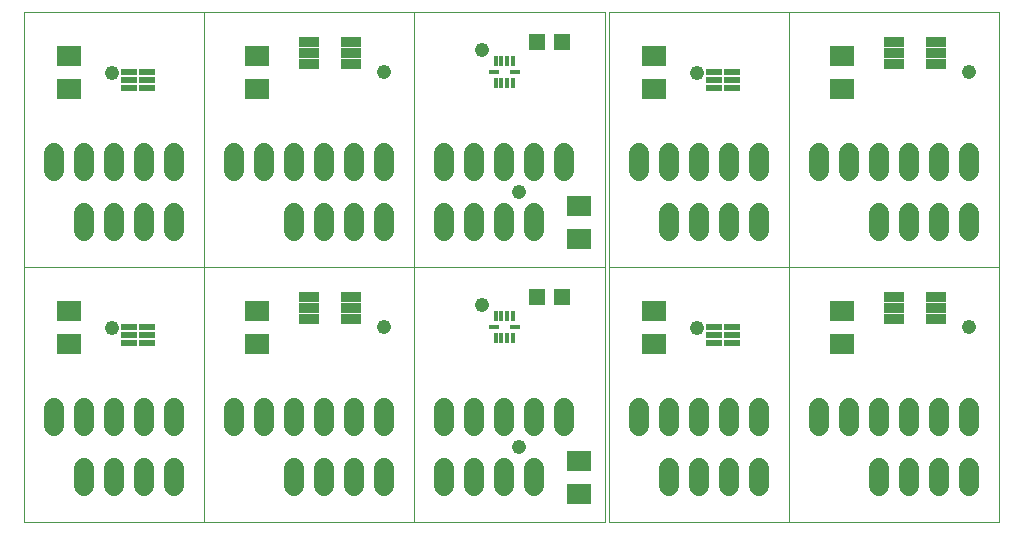
<source format=gts>
G75*
%MOIN*%
%OFA0B0*%
%FSLAX24Y24*%
%IPPOS*%
%LPD*%
%AMOC8*
5,1,8,0,0,1.08239X$1,22.5*
%
%ADD10C,0.0000*%
%ADD11R,0.0789X0.0710*%
%ADD12R,0.0138X0.0344*%
%ADD13R,0.0344X0.0138*%
%ADD14C,0.0680*%
%ADD15R,0.0552X0.0218*%
%ADD16R,0.0680X0.0330*%
%ADD17R,0.0552X0.0552*%
%ADD18C,0.0476*%
%ADD19C,0.0480*%
D10*
X000100Y000248D02*
X000100Y008744D01*
X000100Y008748D02*
X000100Y017244D01*
X000100Y017248D02*
X006100Y017248D01*
X013100Y017248D01*
X019470Y017248D01*
X019470Y017244D02*
X019470Y008748D01*
X013100Y008748D01*
X013100Y017248D01*
X019600Y017248D02*
X025600Y017248D01*
X032600Y017248D01*
X032600Y008748D01*
X025600Y008748D01*
X025600Y017248D01*
X019600Y017244D02*
X019600Y008748D01*
X025600Y008748D01*
X032600Y008748D01*
X032600Y000248D01*
X025600Y000248D01*
X025600Y008748D01*
X019600Y008748D01*
X019600Y008744D02*
X019600Y000248D01*
X025600Y000248D01*
X019470Y000248D02*
X019470Y008744D01*
X019470Y008748D02*
X013100Y008748D01*
X006100Y008748D01*
X006100Y017248D01*
X006100Y008748D02*
X000100Y008748D01*
X006100Y008748D01*
X013100Y008748D01*
X013100Y000248D01*
X019470Y000248D01*
X013100Y000248D02*
X006100Y000248D01*
X006100Y008748D01*
X006100Y000248D02*
X000100Y000248D01*
D11*
X001600Y006196D03*
X001600Y007299D03*
X007850Y007299D03*
X007850Y006196D03*
X018600Y009696D03*
X018600Y010799D03*
X021100Y007299D03*
X021100Y006196D03*
X027350Y006196D03*
X027350Y007299D03*
X018600Y002299D03*
X018600Y001196D03*
X021100Y014696D03*
X021100Y015799D03*
X027350Y015799D03*
X027350Y014696D03*
X007850Y014696D03*
X007850Y015799D03*
X001600Y015799D03*
X001600Y014696D03*
D12*
X015805Y014888D03*
X016002Y014888D03*
X016198Y014888D03*
X016395Y014888D03*
X016395Y015607D03*
X016198Y015607D03*
X016002Y015607D03*
X015805Y015607D03*
X015805Y007107D03*
X016002Y007107D03*
X016198Y007107D03*
X016395Y007107D03*
X016395Y006388D03*
X016198Y006388D03*
X016002Y006388D03*
X015805Y006388D03*
D13*
X015741Y006748D03*
X016459Y006748D03*
X016459Y015248D03*
X015741Y015248D03*
D14*
X016100Y012548D02*
X016100Y011948D01*
X015100Y011948D02*
X015100Y012548D01*
X014100Y012548D02*
X014100Y011948D01*
X012100Y011948D02*
X012100Y012548D01*
X011100Y012548D02*
X011100Y011948D01*
X010100Y011948D02*
X010100Y012548D01*
X009100Y012548D02*
X009100Y011948D01*
X008100Y011948D02*
X008100Y012548D01*
X007100Y012548D02*
X007100Y011948D01*
X005100Y011948D02*
X005100Y012548D01*
X004100Y012548D02*
X004100Y011948D01*
X003100Y011948D02*
X003100Y012548D01*
X002100Y012548D02*
X002100Y011948D01*
X001100Y011948D02*
X001100Y012548D01*
X002100Y010548D02*
X002100Y009948D01*
X003100Y009948D02*
X003100Y010548D01*
X004100Y010548D02*
X004100Y009948D01*
X005100Y009948D02*
X005100Y010548D01*
X009100Y010548D02*
X009100Y009948D01*
X010100Y009948D02*
X010100Y010548D01*
X011100Y010548D02*
X011100Y009948D01*
X012100Y009948D02*
X012100Y010548D01*
X014100Y010548D02*
X014100Y009948D01*
X015100Y009948D02*
X015100Y010548D01*
X016100Y010548D02*
X016100Y009948D01*
X017100Y009948D02*
X017100Y010548D01*
X017100Y011948D02*
X017100Y012548D01*
X018100Y012548D02*
X018100Y011948D01*
X020600Y011948D02*
X020600Y012548D01*
X021600Y012548D02*
X021600Y011948D01*
X022600Y011948D02*
X022600Y012548D01*
X023600Y012548D02*
X023600Y011948D01*
X024600Y011948D02*
X024600Y012548D01*
X026600Y012548D02*
X026600Y011948D01*
X027600Y011948D02*
X027600Y012548D01*
X028600Y012548D02*
X028600Y011948D01*
X029600Y011948D02*
X029600Y012548D01*
X030600Y012548D02*
X030600Y011948D01*
X031600Y011948D02*
X031600Y012548D01*
X031600Y010548D02*
X031600Y009948D01*
X030600Y009948D02*
X030600Y010548D01*
X029600Y010548D02*
X029600Y009948D01*
X028600Y009948D02*
X028600Y010548D01*
X024600Y010548D02*
X024600Y009948D01*
X023600Y009948D02*
X023600Y010548D01*
X022600Y010548D02*
X022600Y009948D01*
X021600Y009948D02*
X021600Y010548D01*
X021600Y004048D02*
X021600Y003448D01*
X022600Y003448D02*
X022600Y004048D01*
X023600Y004048D02*
X023600Y003448D01*
X024600Y003448D02*
X024600Y004048D01*
X026600Y004048D02*
X026600Y003448D01*
X027600Y003448D02*
X027600Y004048D01*
X028600Y004048D02*
X028600Y003448D01*
X029600Y003448D02*
X029600Y004048D01*
X030600Y004048D02*
X030600Y003448D01*
X031600Y003448D02*
X031600Y004048D01*
X031600Y002048D02*
X031600Y001448D01*
X030600Y001448D02*
X030600Y002048D01*
X029600Y002048D02*
X029600Y001448D01*
X028600Y001448D02*
X028600Y002048D01*
X024600Y002048D02*
X024600Y001448D01*
X023600Y001448D02*
X023600Y002048D01*
X022600Y002048D02*
X022600Y001448D01*
X021600Y001448D02*
X021600Y002048D01*
X020600Y003448D02*
X020600Y004048D01*
X018100Y004048D02*
X018100Y003448D01*
X017100Y003448D02*
X017100Y004048D01*
X016100Y004048D02*
X016100Y003448D01*
X015100Y003448D02*
X015100Y004048D01*
X014100Y004048D02*
X014100Y003448D01*
X012100Y003448D02*
X012100Y004048D01*
X011100Y004048D02*
X011100Y003448D01*
X010100Y003448D02*
X010100Y004048D01*
X009100Y004048D02*
X009100Y003448D01*
X008100Y003448D02*
X008100Y004048D01*
X007100Y004048D02*
X007100Y003448D01*
X005100Y003448D02*
X005100Y004048D01*
X004100Y004048D02*
X004100Y003448D01*
X003100Y003448D02*
X003100Y004048D01*
X002100Y004048D02*
X002100Y003448D01*
X001100Y003448D02*
X001100Y004048D01*
X002100Y002048D02*
X002100Y001448D01*
X003100Y001448D02*
X003100Y002048D01*
X004100Y002048D02*
X004100Y001448D01*
X005100Y001448D02*
X005100Y002048D01*
X009100Y002048D02*
X009100Y001448D01*
X010100Y001448D02*
X010100Y002048D01*
X011100Y002048D02*
X011100Y001448D01*
X012100Y001448D02*
X012100Y002048D01*
X014100Y002048D02*
X014100Y001448D01*
X015100Y001448D02*
X015100Y002048D01*
X016100Y002048D02*
X016100Y001448D01*
X017100Y001448D02*
X017100Y002048D01*
D15*
X023100Y006236D03*
X023100Y006492D03*
X023100Y006748D03*
X023691Y006748D03*
X023691Y006492D03*
X023691Y006236D03*
X023691Y014736D03*
X023691Y014992D03*
X023691Y015248D03*
X023100Y015248D03*
X023100Y014992D03*
X023100Y014736D03*
X004191Y014736D03*
X003600Y014736D03*
X003600Y014992D03*
X003600Y015248D03*
X004191Y015248D03*
X004191Y014992D03*
X004191Y006748D03*
X004191Y006492D03*
X003600Y006492D03*
X003600Y006748D03*
X003600Y006236D03*
X004191Y006236D03*
D16*
X009600Y007039D03*
X009600Y007394D03*
X009600Y007748D03*
X011000Y007748D03*
X011000Y007394D03*
X011000Y007039D03*
X011000Y015539D03*
X011000Y015894D03*
X011000Y016248D03*
X009600Y016248D03*
X009600Y015894D03*
X009600Y015539D03*
X029100Y015539D03*
X029100Y015894D03*
X029100Y016248D03*
X030500Y016248D03*
X030500Y015894D03*
X030500Y015539D03*
X030500Y007748D03*
X030500Y007394D03*
X030500Y007039D03*
X029100Y007039D03*
X029100Y007394D03*
X029100Y007748D03*
D17*
X018013Y007748D03*
X017187Y007748D03*
X017187Y016248D03*
X018013Y016248D03*
D18*
X015350Y015998D03*
X012100Y015248D03*
X016600Y011248D03*
X015350Y007498D03*
X012100Y006748D03*
X016600Y002748D03*
X031600Y006748D03*
X031600Y015248D03*
D19*
X022520Y015228D03*
X022520Y006728D03*
X003020Y006728D03*
X003020Y015228D03*
M02*

</source>
